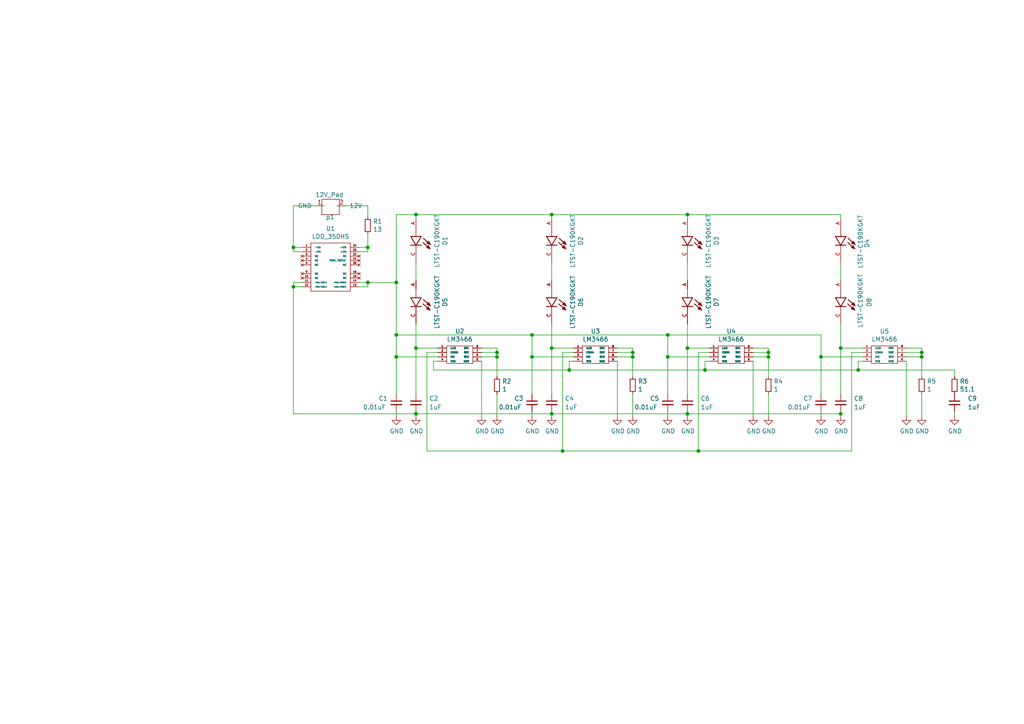
<source format=kicad_sch>
(kicad_sch (version 20210621) (generator eeschema)
  (paper "A4")
  (lib_symbols
    (symbol "12V_PAD_Symb:12V_Pad" (pin_names (offset 1.016))
      (property "Reference" "p" (at 0 0 0))
      (property "Value" "12V_Pad" (at 0 1.905 0))
      (symbol "12V_Pad_0_1"
        (rectangle (start -2.54 -1.905) (end 2.54 -6.35))
      )
      (symbol "12V_Pad_1_1"
        (pin output line (at 1.905 -4.445 0) (length 2.54) (name "GND") (number "1"))
        (pin output line (at -1.905 -4.445 180) (length 2.54) (name "12V") (number "2"))
      )
    )
    (symbol "Device:C_Small" (pin_numbers hide) (pin_names (offset 0.254) hide)
      (property "Reference" "C" (at 0.254 1.778 0))
      (property "Value" "C_Small" (at 0.254 -2.032 0))
      (symbol "C_Small_0_1"
        (polyline (pts (xy -1.524 -0.508) (xy 1.524 -0.508)) (stroke (width 0.3302)))
        (polyline (pts (xy -1.524 0.508) (xy 1.524 0.508)) (stroke (width 0.3048)))
      )
      (symbol "C_Small_1_1"
        (pin passive line (at 0 2.54 270) (length 2.032) (name "~") (number "1"))
        (pin passive line (at 0 -2.54 90) (length 2.032) (name "~") (number "2"))
      )
    )
    (symbol "Device:R_Small" (pin_numbers hide) (pin_names (offset 0.254) hide)
      (property "Reference" "R" (at 0.762 0.508 0))
      (property "Value" "R_Small" (at 0.762 -1.016 0))
      (symbol "R_Small_0_1"
        (rectangle (start -0.762 1.778) (end 0.762 -1.778) (stroke (width 0.2032)))
      )
      (symbol "R_Small_1_1"
        (pin passive line (at 0 2.54 270) (length 0.762) (name "~") (number "1"))
        (pin passive line (at 0 -2.54 90) (length 0.762) (name "~") (number "2"))
      )
    )
    (symbol "K40-LED_PCB-rescue:LDD_350HS-LDD-350HS_SYMBOL" (pin_names (offset 1.016))
      (property "Reference" "U" (at 0 -19.05 0))
      (property "Value" "LDD_350HS-LDD-350HS_SYMBOL" (at 0 -1.905 0))
      (symbol "LDD_350HS-LDD-350HS_SYMBOL_0_1"
        (rectangle (start -5.715 -3.175) (end 5.715 -17.145))
      )
      (symbol "LDD_350HS-LDD-350HS_SYMBOL_1_1"
        (pin input line (at -8.255 -4.445 0) (length 2.54) (name "-Vin") (number "1"))
        (pin no_connect line (at -8.255 -13.335 0) (length 2.54) (name "NC") (number "10"))
        (pin output line (at -8.255 -14.605 0) (length 2.54) (name "-Vout_\"LED(-)") (number "11"))
        (pin output line (at -8.255 -15.875 0) (length 2.54) (name "-Vout_\"LED(-)") (number "12"))
        (pin output line (at 8.255 -15.875 180) (length 2.54) (name "+Vout_\"LED(+)\"") (number "13"))
        (pin output line (at 8.255 -14.605 180) (length 2.54) (name "+Vout_\"LED(+)\"") (number "14"))
        (pin no_connect line (at 8.255 -13.335 180) (length 2.54) (name "NC") (number "15"))
        (pin no_connect line (at 8.255 -12.065 180) (length 2.54) (name "NC") (number "16"))
        (pin input line (at -8.255 -5.715 0) (length 2.54) (name "-Vin") (number "2"))
        (pin no_connect line (at 8.255 -9.525 180) (length 2.54) (name "NC") (number "20"))
        (pin no_connect line (at 8.255 -8.255 180) (length 2.54) (name "PWM_\"OPEN\"") (number "21"))
        (pin no_connect line (at 8.255 -6.985 180) (length 2.54) (name "NC") (number "22"))
        (pin input line (at 8.255 -5.715 180) (length 2.54) (name "+Vin") (number "23"))
        (pin input line (at 8.255 -4.445 180) (length 2.54) (name "+Vin") (number "24"))
        (pin no_connect line (at -8.255 -6.985 0) (length 2.54) (name "NC") (number "3"))
        (pin no_connect line (at -8.255 -8.255 0) (length 2.54) (name "NC") (number "4"))
        (pin no_connect line (at -8.255 -9.525 0) (length 2.54) (name "NC") (number "5"))
        (pin no_connect line (at -8.255 -12.065 0) (length 2.54) (name "NC") (number "9"))
      )
    )
    (symbol "K40-LED_PCB-rescue:LM3466-LM3466_SYMBOL" (pin_names (offset 1.016))
      (property "Reference" "U" (at 0 -8.255 0))
      (property "Value" "LM3466-LM3466_SYMBOL" (at 0 -0.635 0))
      (symbol "LM3466-LM3466_SYMBOL_0_1"
        (rectangle (start -3.81 -1.905) (end 3.81 -6.985))
      )
      (symbol "LM3466-LM3466_SYMBOL_1_1"
        (pin input line (at -6.35 -2.54 0) (length 2.54) (name "ILED") (number "1"))
        (pin output line (at -6.35 -3.81 0) (length 2.54) (name "COMM") (number "2"))
        (pin input line (at -6.35 -5.08 0) (length 2.54) (name "VIN") (number "3"))
        (pin output line (at -6.35 -6.35 0) (length 2.54) (name "VEQ") (number "4"))
        (pin input line (at 6.35 -6.35 180) (length 2.54) (name "GND") (number "5"))
        (pin input line (at 6.35 -5.08 180) (length 2.54) (name "SEN") (number "6"))
        (pin output line (at 6.35 -3.81 180) (length 2.54) (name "SRC") (number "7"))
        (pin output line (at 6.35 -2.54 180) (length 2.54) (name "SRC") (number "8"))
      )
    )
    (symbol "K40-LED_PCB-rescue:LTST-C190KGKT-LTST-C190KGKT" (pin_names (offset 1.016) hide)
      (property "Reference" "D" (at -3.0988 4.4958 0))
      (property "Value" "LTST-C190KGKT-LTST-C190KGKT" (at -3.556 -3.302 0))
      (symbol "LTST-C190KGKT-LTST-C190KGKT_0_0"
        (polyline (pts (xy -2.54 -1.524) (xy 0 0)) (stroke (width 0.254)))
        (polyline (pts (xy -2.54 0) (xy -5.08 0)) (stroke (width 0.1524)))
        (polyline (pts (xy -2.54 0) (xy -2.54 -1.524)) (stroke (width 0.254)))
        (polyline (pts (xy -2.54 1.524) (xy -2.54 0)) (stroke (width 0.254)))
        (polyline (pts (xy -1.1176 3.683) (xy -0.2286 4.1656)) (stroke (width 0.254)))
        (polyline (pts (xy -0.9398 3.6068) (xy -0.7112 3.7592)) (stroke (width 0.254)))
        (polyline (pts (xy -0.5588 3.2004) (xy -1.1176 3.683)) (stroke (width 0.254)))
        (polyline (pts (xy -0.5588 3.2004) (xy -0.5334 3.937)) (stroke (width 0.254)))
        (polyline (pts (xy -0.5334 3.937) (xy -0.6604 3.937)) (stroke (width 0.254)))
        (polyline (pts (xy -0.2286 4.1656) (xy -2.0066 2.1336)) (stroke (width 0.254)))
        (polyline (pts (xy -0.2286 4.1656) (xy -0.5588 3.2004)) (stroke (width 0.254)))
        (polyline (pts (xy 0 0) (xy -2.54 1.524)) (stroke (width 0.254)))
        (polyline (pts (xy 0 1.524) (xy 0 -1.524)) (stroke (width 0.254)))
        (polyline (pts (xy 0.127 3.5814) (xy 1.016 4.064)) (stroke (width 0.254)))
        (polyline (pts (xy 0.3048 3.5052) (xy 0.5334 3.6576)) (stroke (width 0.254)))
        (polyline (pts (xy 0.6858 3.0988) (xy 0.127 3.5814)) (stroke (width 0.254)))
        (polyline (pts (xy 0.6858 3.0988) (xy 0.7112 3.8354)) (stroke (width 0.254)))
        (polyline (pts (xy 0.7112 3.8354) (xy 0.5842 3.8354)) (stroke (width 0.254)))
        (polyline (pts (xy 1.016 4.064) (xy -0.762 2.032)) (stroke (width 0.254)))
        (polyline (pts (xy 1.016 4.064) (xy 0.6858 3.0988)) (stroke (width 0.254)))
        (pin passive line (at -7.62 0 0) (length 2.54) (name "~") (number "A"))
        (pin passive line (at 5.08 0 180) (length 5.08) (name "~") (number "C"))
      )
    )
    (symbol "power:GND" (power) (pin_names (offset 0))
      (property "Value" "GND" (at 0 -3.81 0))
      (symbol "GND_0_1"
        (polyline (pts (xy 0 0) (xy 0 -1.27) (xy 1.27 -1.27) (xy 0 -2.54) (xy -1.27 -1.27) (xy 0 -1.27)))
      )
      (symbol "GND_1_1"
        (pin power_in line (at 0 0 270) (length 0) hide (name "GND") (number "1"))
      )
    )
  )
  (junction (at 85.09 71.755) (diameter 0.9144))
  (junction (at 85.09 83.185) (diameter 0.9144))
  (junction (at 106.68 71.755) (diameter 0.9144))
  (junction (at 106.68 81.915) (diameter 0.9144))
  (junction (at 114.935 81.915) (diameter 0.9144))
  (junction (at 114.935 97.155) (diameter 0.9144))
  (junction (at 114.935 103.505) (diameter 0.9144))
  (junction (at 120.65 62.23) (diameter 0.9144))
  (junction (at 120.65 100.965) (diameter 0.9144))
  (junction (at 120.65 120.015) (diameter 0.9144))
  (junction (at 144.145 102.235) (diameter 0.9144))
  (junction (at 144.145 103.505) (diameter 0.9144))
  (junction (at 154.305 97.155) (diameter 0.9144))
  (junction (at 154.305 103.505) (diameter 0.9144))
  (junction (at 160.02 62.23) (diameter 0.9144))
  (junction (at 160.02 100.965) (diameter 0.9144))
  (junction (at 160.02 120.015) (diameter 0.9144))
  (junction (at 163.195 130.81) (diameter 0.9144))
  (junction (at 165.1 107.315) (diameter 0.9144))
  (junction (at 183.515 102.235) (diameter 0.9144))
  (junction (at 183.515 103.505) (diameter 0.9144))
  (junction (at 193.675 97.155) (diameter 0.9144))
  (junction (at 193.675 103.505) (diameter 0.9144))
  (junction (at 199.39 62.23) (diameter 0.9144))
  (junction (at 199.39 100.965) (diameter 0.9144))
  (junction (at 199.39 120.015) (diameter 0.9144))
  (junction (at 202.565 130.81) (diameter 0.9144))
  (junction (at 204.47 107.315) (diameter 0.9144))
  (junction (at 222.885 102.235) (diameter 0.9144))
  (junction (at 222.885 103.505) (diameter 0.9144))
  (junction (at 238.125 103.505) (diameter 0.9144))
  (junction (at 243.84 100.965) (diameter 0.9144))
  (junction (at 243.84 120.015) (diameter 0.9144))
  (junction (at 248.92 107.315) (diameter 0.9144))
  (junction (at 267.335 102.235) (diameter 0.9144))
  (junction (at 267.335 103.505) (diameter 0.9144))
  (wire (pts (xy 85.09 59.69) (xy 85.09 71.755)))
  (wire (pts (xy 85.09 59.69) (xy 93.98 59.69)))
  (wire (pts (xy 85.09 71.755) (xy 87.63 71.755)))
  (wire (pts (xy 85.09 73.025) (xy 85.09 71.755)))
  (wire (pts (xy 85.09 81.915) (xy 85.09 83.185)))
  (wire (pts (xy 85.09 83.185) (xy 85.09 120.015)))
  (wire (pts (xy 85.09 83.185) (xy 87.63 83.185)))
  (wire (pts (xy 85.09 120.015) (xy 120.65 120.015)))
  (wire (pts (xy 87.63 73.025) (xy 85.09 73.025)))
  (wire (pts (xy 87.63 81.915) (xy 85.09 81.915)))
  (wire (pts (xy 97.79 59.69) (xy 106.68 59.69)))
  (wire (pts (xy 104.14 81.915) (xy 106.68 81.915)))
  (wire (pts (xy 104.14 83.185) (xy 106.68 83.185)))
  (wire (pts (xy 106.68 59.69) (xy 106.68 62.865)))
  (wire (pts (xy 106.68 67.945) (xy 106.68 71.755)))
  (wire (pts (xy 106.68 71.755) (xy 104.14 71.755)))
  (wire (pts (xy 106.68 71.755) (xy 106.68 73.025)))
  (wire (pts (xy 106.68 73.025) (xy 104.14 73.025)))
  (wire (pts (xy 106.68 81.915) (xy 114.935 81.915)))
  (wire (pts (xy 106.68 83.185) (xy 106.68 81.915)))
  (wire (pts (xy 114.935 62.23) (xy 120.65 62.23)))
  (wire (pts (xy 114.935 81.915) (xy 114.935 62.23)))
  (wire (pts (xy 114.935 81.915) (xy 114.935 97.155)))
  (wire (pts (xy 114.935 97.155) (xy 114.935 103.505)))
  (wire (pts (xy 114.935 103.505) (xy 114.935 114.3)))
  (wire (pts (xy 114.935 119.38) (xy 114.935 120.65)))
  (wire (pts (xy 120.65 62.23) (xy 120.65 63.5)))
  (wire (pts (xy 120.65 62.23) (xy 160.02 62.23)))
  (wire (pts (xy 120.65 76.2) (xy 120.65 81.28)))
  (wire (pts (xy 120.65 93.98) (xy 120.65 100.965)))
  (wire (pts (xy 120.65 100.965) (xy 120.65 114.3)))
  (wire (pts (xy 120.65 100.965) (xy 127 100.965)))
  (wire (pts (xy 120.65 119.38) (xy 120.65 120.015)))
  (wire (pts (xy 120.65 120.015) (xy 120.65 120.65)))
  (wire (pts (xy 120.65 120.015) (xy 160.02 120.015)))
  (wire (pts (xy 123.825 102.235) (xy 123.825 130.81)))
  (wire (pts (xy 123.825 130.81) (xy 163.195 130.81)))
  (wire (pts (xy 125.73 104.775) (xy 125.73 107.315)))
  (wire (pts (xy 125.73 107.315) (xy 165.1 107.315)))
  (wire (pts (xy 127 102.235) (xy 123.825 102.235)))
  (wire (pts (xy 127 103.505) (xy 114.935 103.505)))
  (wire (pts (xy 127 104.775) (xy 125.73 104.775)))
  (wire (pts (xy 139.7 100.965) (xy 144.145 100.965)))
  (wire (pts (xy 139.7 102.235) (xy 144.145 102.235)))
  (wire (pts (xy 139.7 103.505) (xy 144.145 103.505)))
  (wire (pts (xy 139.7 104.775) (xy 139.7 120.65)))
  (wire (pts (xy 144.145 100.965) (xy 144.145 102.235)))
  (wire (pts (xy 144.145 102.235) (xy 144.145 103.505)))
  (wire (pts (xy 144.145 103.505) (xy 144.145 109.22)))
  (wire (pts (xy 144.145 114.3) (xy 144.145 120.65)))
  (wire (pts (xy 154.305 97.155) (xy 114.935 97.155)))
  (wire (pts (xy 154.305 97.155) (xy 193.675 97.155)))
  (wire (pts (xy 154.305 103.505) (xy 154.305 97.155)))
  (wire (pts (xy 154.305 103.505) (xy 154.305 114.3)))
  (wire (pts (xy 154.305 119.38) (xy 154.305 120.65)))
  (wire (pts (xy 160.02 62.23) (xy 160.02 63.5)))
  (wire (pts (xy 160.02 62.23) (xy 199.39 62.23)))
  (wire (pts (xy 160.02 76.2) (xy 160.02 81.28)))
  (wire (pts (xy 160.02 93.98) (xy 160.02 100.965)))
  (wire (pts (xy 160.02 100.965) (xy 160.02 114.3)))
  (wire (pts (xy 160.02 100.965) (xy 166.37 100.965)))
  (wire (pts (xy 160.02 119.38) (xy 160.02 120.015)))
  (wire (pts (xy 160.02 120.015) (xy 160.02 120.65)))
  (wire (pts (xy 160.02 120.015) (xy 199.39 120.015)))
  (wire (pts (xy 163.195 130.81) (xy 163.195 102.235)))
  (wire (pts (xy 163.195 130.81) (xy 202.565 130.81)))
  (wire (pts (xy 165.1 104.775) (xy 165.1 107.315)))
  (wire (pts (xy 165.1 107.315) (xy 204.47 107.315)))
  (wire (pts (xy 166.37 102.235) (xy 163.195 102.235)))
  (wire (pts (xy 166.37 103.505) (xy 154.305 103.505)))
  (wire (pts (xy 166.37 104.775) (xy 165.1 104.775)))
  (wire (pts (xy 179.07 100.965) (xy 183.515 100.965)))
  (wire (pts (xy 179.07 102.235) (xy 183.515 102.235)))
  (wire (pts (xy 179.07 103.505) (xy 183.515 103.505)))
  (wire (pts (xy 179.07 104.775) (xy 179.07 120.65)))
  (wire (pts (xy 183.515 100.965) (xy 183.515 102.235)))
  (wire (pts (xy 183.515 102.235) (xy 183.515 103.505)))
  (wire (pts (xy 183.515 103.505) (xy 183.515 109.22)))
  (wire (pts (xy 183.515 114.3) (xy 183.515 120.65)))
  (wire (pts (xy 193.675 97.155) (xy 238.125 97.155)))
  (wire (pts (xy 193.675 103.505) (xy 193.675 97.155)))
  (wire (pts (xy 193.675 103.505) (xy 193.675 114.3)))
  (wire (pts (xy 193.675 119.38) (xy 193.675 120.65)))
  (wire (pts (xy 199.39 62.23) (xy 199.39 63.5)))
  (wire (pts (xy 199.39 62.23) (xy 243.84 62.23)))
  (wire (pts (xy 199.39 76.2) (xy 199.39 81.28)))
  (wire (pts (xy 199.39 93.98) (xy 199.39 100.965)))
  (wire (pts (xy 199.39 100.965) (xy 199.39 114.3)))
  (wire (pts (xy 199.39 100.965) (xy 205.74 100.965)))
  (wire (pts (xy 199.39 119.38) (xy 199.39 120.015)))
  (wire (pts (xy 199.39 120.015) (xy 199.39 120.65)))
  (wire (pts (xy 199.39 120.015) (xy 243.84 120.015)))
  (wire (pts (xy 202.565 130.81) (xy 202.565 102.235)))
  (wire (pts (xy 204.47 104.775) (xy 204.47 107.315)))
  (wire (pts (xy 204.47 107.315) (xy 248.92 107.315)))
  (wire (pts (xy 205.74 102.235) (xy 202.565 102.235)))
  (wire (pts (xy 205.74 103.505) (xy 193.675 103.505)))
  (wire (pts (xy 205.74 104.775) (xy 204.47 104.775)))
  (wire (pts (xy 218.44 100.965) (xy 222.885 100.965)))
  (wire (pts (xy 218.44 102.235) (xy 222.885 102.235)))
  (wire (pts (xy 218.44 103.505) (xy 222.885 103.505)))
  (wire (pts (xy 218.44 104.775) (xy 218.44 120.65)))
  (wire (pts (xy 222.885 100.965) (xy 222.885 102.235)))
  (wire (pts (xy 222.885 102.235) (xy 222.885 103.505)))
  (wire (pts (xy 222.885 103.505) (xy 222.885 109.22)))
  (wire (pts (xy 222.885 114.3) (xy 222.885 120.65)))
  (wire (pts (xy 238.125 103.505) (xy 238.125 97.155)))
  (wire (pts (xy 238.125 103.505) (xy 238.125 114.3)))
  (wire (pts (xy 238.125 119.38) (xy 238.125 120.65)))
  (wire (pts (xy 243.84 62.23) (xy 243.84 63.5)))
  (wire (pts (xy 243.84 76.2) (xy 243.84 81.28)))
  (wire (pts (xy 243.84 93.98) (xy 243.84 100.965)))
  (wire (pts (xy 243.84 100.965) (xy 243.84 114.3)))
  (wire (pts (xy 243.84 100.965) (xy 250.19 100.965)))
  (wire (pts (xy 243.84 119.38) (xy 243.84 120.015)))
  (wire (pts (xy 243.84 120.015) (xy 243.84 120.65)))
  (wire (pts (xy 247.015 130.81) (xy 202.565 130.81)))
  (wire (pts (xy 247.015 130.81) (xy 247.015 102.235)))
  (wire (pts (xy 248.92 104.775) (xy 248.92 107.315)))
  (wire (pts (xy 248.92 107.315) (xy 276.86 107.315)))
  (wire (pts (xy 250.19 102.235) (xy 247.015 102.235)))
  (wire (pts (xy 250.19 103.505) (xy 238.125 103.505)))
  (wire (pts (xy 250.19 104.775) (xy 248.92 104.775)))
  (wire (pts (xy 262.89 100.965) (xy 267.335 100.965)))
  (wire (pts (xy 262.89 102.235) (xy 267.335 102.235)))
  (wire (pts (xy 262.89 103.505) (xy 267.335 103.505)))
  (wire (pts (xy 262.89 104.775) (xy 262.89 120.65)))
  (wire (pts (xy 267.335 100.965) (xy 267.335 102.235)))
  (wire (pts (xy 267.335 102.235) (xy 267.335 103.505)))
  (wire (pts (xy 267.335 103.505) (xy 267.335 109.22)))
  (wire (pts (xy 267.335 114.3) (xy 267.335 120.65)))
  (wire (pts (xy 276.86 107.315) (xy 276.86 109.22)))
  (wire (pts (xy 276.86 119.38) (xy 276.86 120.65)))
  (symbol (lib_id "power:GND") (at 114.935 120.65 0) (unit 1)
    (property "Reference" "#PWR01" (effects hide))
    (property "Value" "GND" (at 115.062 125.0442 0))
  )
  (symbol (lib_id "power:GND") (at 120.65 120.65 0) (unit 1)
    (property "Reference" "#PWR02" (effects hide))
    (property "Value" "GND" (at 120.777 125.0442 0))
  )
  (symbol (lib_id "power:GND") (at 139.7 120.65 0) (unit 1)
    (property "Reference" "#PWR03" (effects hide))
    (property "Value" "GND" (at 139.827 125.0442 0))
  )
  (symbol (lib_id "power:GND") (at 144.145 120.65 0) (unit 1)
    (property "Reference" "#PWR04" (effects hide))
    (property "Value" "GND" (at 144.272 125.0442 0))
  )
  (symbol (lib_id "power:GND") (at 154.305 120.65 0) (unit 1)
    (property "Reference" "#PWR05" (effects hide))
    (property "Value" "GND" (at 154.432 125.0442 0))
  )
  (symbol (lib_id "power:GND") (at 160.02 120.65 0) (unit 1)
    (property "Reference" "#PWR06" (effects hide))
    (property "Value" "GND" (at 160.147 125.0442 0))
  )
  (symbol (lib_id "power:GND") (at 179.07 120.65 0) (unit 1)
    (property "Reference" "#PWR07" (effects hide))
    (property "Value" "GND" (at 179.197 125.0442 0))
  )
  (symbol (lib_id "power:GND") (at 183.515 120.65 0) (unit 1)
    (property "Reference" "#PWR08" (effects hide))
    (property "Value" "GND" (at 183.642 125.0442 0))
  )
  (symbol (lib_id "power:GND") (at 193.675 120.65 0) (unit 1)
    (property "Reference" "#PWR09" (effects hide))
    (property "Value" "GND" (at 193.802 125.0442 0))
  )
  (symbol (lib_id "power:GND") (at 199.39 120.65 0) (unit 1)
    (property "Reference" "#PWR010" (effects hide))
    (property "Value" "GND" (at 199.517 125.0442 0))
  )
  (symbol (lib_id "power:GND") (at 218.44 120.65 0) (unit 1)
    (property "Reference" "#PWR011" (effects hide))
    (property "Value" "GND" (at 218.567 125.0442 0))
  )
  (symbol (lib_id "power:GND") (at 222.885 120.65 0) (unit 1)
    (property "Reference" "#PWR012" (effects hide))
    (property "Value" "GND" (at 223.012 125.0442 0))
  )
  (symbol (lib_id "power:GND") (at 238.125 120.65 0) (unit 1)
    (property "Reference" "#PWR013" (effects hide))
    (property "Value" "GND" (at 238.252 125.0442 0))
  )
  (symbol (lib_id "power:GND") (at 243.84 120.65 0) (unit 1)
    (property "Reference" "#PWR014" (effects hide))
    (property "Value" "GND" (at 243.967 125.0442 0))
  )
  (symbol (lib_id "power:GND") (at 262.89 120.65 0) (unit 1)
    (property "Reference" "#PWR015" (effects hide))
    (property "Value" "GND" (at 263.017 125.0442 0))
  )
  (symbol (lib_id "power:GND") (at 267.335 120.65 0) (unit 1)
    (property "Reference" "#PWR016" (effects hide))
    (property "Value" "GND" (at 267.462 125.0442 0))
  )
  (symbol (lib_id "power:GND") (at 276.86 120.65 0) (unit 1)
    (property "Reference" "#PWR017" (effects hide))
    (property "Value" "GND" (at 276.987 125.0442 0))
  )
  (symbol (lib_id "Device:R_Small") (at 106.68 65.405 180) (unit 1)
    (property "Reference" "R1" (at 108.1786 64.2366 0) (effects (justify right)))
    (property "Value" "13" (at 108.1786 66.548 0) (effects (justify right)))
    (property "Footprint" "Resistor_SMD:R_0805_2012Metric" (effects hide))
  )
  (symbol (lib_id "Device:R_Small") (at 144.145 111.76 180) (unit 1)
    (property "Reference" "R2" (at 145.6436 110.5916 0) (effects (justify right)))
    (property "Value" "1" (at 145.6436 112.903 0) (effects (justify right)))
    (property "Footprint" "Resistor_SMD:R_0805_2012Metric" (effects hide))
  )
  (symbol (lib_id "Device:R_Small") (at 183.515 111.76 180) (unit 1)
    (property "Reference" "R3" (at 185.0136 110.5916 0) (effects (justify right)))
    (property "Value" "1" (at 185.0136 112.903 0) (effects (justify right)))
    (property "Footprint" "Resistor_SMD:R_0805_2012Metric" (effects hide))
  )
  (symbol (lib_id "Device:R_Small") (at 222.885 111.76 180) (unit 1)
    (property "Reference" "R4" (at 224.3836 110.5916 0) (effects (justify right)))
    (property "Value" "1" (at 224.3836 112.903 0) (effects (justify right)))
    (property "Footprint" "Resistor_SMD:R_0805_2012Metric" (effects hide))
  )
  (symbol (lib_id "Device:R_Small") (at 267.335 111.76 180) (unit 1)
    (property "Reference" "R5" (at 268.8336 110.5916 0) (effects (justify right)))
    (property "Value" "1" (at 268.8336 112.903 0) (effects (justify right)))
    (property "Footprint" "Resistor_SMD:R_0805_2012Metric" (effects hide))
  )
  (symbol (lib_id "Device:R_Small") (at 276.86 111.76 180) (unit 1)
    (property "Reference" "R6" (at 278.3586 110.5916 0) (effects (justify right)))
    (property "Value" "51.1" (at 278.3586 112.903 0) (effects (justify right)))
    (property "Footprint" "Resistor_SMD:R_0805_2012Metric" (effects hide))
  )
  (symbol (lib_id "Device:C_Small") (at 114.935 116.84 0) (unit 1)
    (property "Reference" "C1" (at 111.125 115.57 0))
    (property "Value" "0.01uF" (at 108.585 118.11 0))
    (property "Footprint" "Capacitor_SMD:C_0805_2012Metric" (effects hide))
  )
  (symbol (lib_id "Device:C_Small") (at 120.65 116.84 0) (unit 1)
    (property "Reference" "C2" (at 124.46 115.57 0) (effects (justify left)))
    (property "Value" "1uF" (at 124.46 118.11 0) (effects (justify left)))
    (property "Footprint" "Capacitor_SMD:C_0805_2012Metric" (effects hide))
  )
  (symbol (lib_id "Device:C_Small") (at 154.305 116.84 0) (unit 1)
    (property "Reference" "C3" (at 150.495 115.57 0))
    (property "Value" "0.01uF" (at 147.955 118.11 0))
    (property "Footprint" "Capacitor_SMD:C_0805_2012Metric" (effects hide))
  )
  (symbol (lib_id "Device:C_Small") (at 160.02 116.84 0) (unit 1)
    (property "Reference" "C4" (at 163.83 115.57 0) (effects (justify left)))
    (property "Value" "1uF" (at 163.83 118.11 0) (effects (justify left)))
    (property "Footprint" "Capacitor_SMD:C_0805_2012Metric" (effects hide))
  )
  (symbol (lib_id "Device:C_Small") (at 193.675 116.84 0) (unit 1)
    (property "Reference" "C5" (at 189.865 115.57 0))
    (property "Value" "0.01uF" (at 187.325 118.11 0))
    (property "Footprint" "Capacitor_SMD:C_0805_2012Metric" (effects hide))
  )
  (symbol (lib_id "Device:C_Small") (at 199.39 116.84 0) (unit 1)
    (property "Reference" "C6" (at 203.2 115.57 0) (effects (justify left)))
    (property "Value" "1uF" (at 203.2 118.11 0) (effects (justify left)))
    (property "Footprint" "Capacitor_SMD:C_0805_2012Metric" (effects hide))
  )
  (symbol (lib_id "Device:C_Small") (at 238.125 116.84 0) (unit 1)
    (property "Reference" "C7" (at 234.315 115.57 0))
    (property "Value" "0.01uF" (at 231.775 118.11 0))
    (property "Footprint" "Capacitor_SMD:C_0805_2012Metric" (effects hide))
  )
  (symbol (lib_id "Device:C_Small") (at 243.84 116.84 0) (unit 1)
    (property "Reference" "C8" (at 247.65 115.57 0) (effects (justify left)))
    (property "Value" "1uF" (at 247.65 118.11 0) (effects (justify left)))
    (property "Footprint" "Capacitor_SMD:C_0805_2012Metric" (effects hide))
  )
  (symbol (lib_id "Device:C_Small") (at 276.86 116.84 0) (unit 1)
    (property "Reference" "C9" (at 280.67 115.57 0) (effects (justify left)))
    (property "Value" "1uF" (at 280.67 118.11 0) (effects (justify left)))
    (property "Footprint" "Capacitor_SMD:C_0805_2012Metric" (effects hide))
  )
  (symbol (lib_id "12V_PAD_Symb:12V_Pad") (at 95.885 64.135 180) (unit 1)
    (property "Reference" "p1" (at 97.0534 62.9412 0) (effects (justify left)))
    (property "Value" "12V_Pad" (at 99.695 56.515 0) (effects (justify left)))
    (property "Footprint" "12V_Through_Hole:12V_Through_Hole" (effects hide))
  )
  (symbol (lib_id "K40-LED_PCB-rescue:LM3466-LM3466_SYMBOL") (at 133.35 98.425 0) (unit 1)
    (property "Reference" "U2" (at 133.35 96.0882 0))
    (property "Value" "LM3466" (at 133.35 98.3996 0))
    (property "Footprint" "LM3466:NOPB" (effects hide))
  )
  (symbol (lib_id "K40-LED_PCB-rescue:LM3466-LM3466_SYMBOL") (at 172.72 98.425 0) (unit 1)
    (property "Reference" "U3" (at 172.72 96.0882 0))
    (property "Value" "LM3466" (at 172.72 98.3996 0))
    (property "Footprint" "LM3466:NOPB" (effects hide))
  )
  (symbol (lib_id "K40-LED_PCB-rescue:LM3466-LM3466_SYMBOL") (at 212.09 98.425 0) (unit 1)
    (property "Reference" "U4" (at 212.09 96.0882 0))
    (property "Value" "LM3466" (at 212.09 98.3996 0))
    (property "Footprint" "LM3466:NOPB" (effects hide))
  )
  (symbol (lib_id "K40-LED_PCB-rescue:LM3466-LM3466_SYMBOL") (at 256.54 98.425 0) (unit 1)
    (property "Reference" "U5" (at 256.54 96.0882 0))
    (property "Value" "LM3466" (at 256.54 98.3996 0))
    (property "Footprint" "LM3466:NOPB" (effects hide))
  )
  (symbol (lib_id "K40-LED_PCB-rescue:LTST-C190KGKT-LTST-C190KGKT") (at 120.65 71.12 270) (unit 1)
    (property "Reference" "D1" (at 129.0574 69.85 0))
    (property "Value" "LTST-C190KGKT" (at 126.746 69.85 0))
    (property "Footprint" "Cree_MX3AWT-A1-R250-000BE3:Cree_MX3AWT-A1-R250-000BE3" (effects hide))
  )
  (symbol (lib_id "K40-LED_PCB-rescue:LTST-C190KGKT-LTST-C190KGKT") (at 120.65 88.9 270) (unit 1)
    (property "Reference" "D5" (at 129.0574 87.63 0))
    (property "Value" "LTST-C190KGKT" (at 126.746 87.63 0))
    (property "Footprint" "Cree_MX3AWT-A1-R250-000BE3:Cree_MX3AWT-A1-R250-000BE3" (effects hide))
  )
  (symbol (lib_id "K40-LED_PCB-rescue:LTST-C190KGKT-LTST-C190KGKT") (at 160.02 71.12 270) (unit 1)
    (property "Reference" "D2" (at 168.4274 69.85 0))
    (property "Value" "LTST-C190KGKT" (at 166.116 69.85 0))
    (property "Footprint" "Cree_MX3AWT-A1-R250-000BE3:Cree_MX3AWT-A1-R250-000BE3" (effects hide))
  )
  (symbol (lib_id "K40-LED_PCB-rescue:LTST-C190KGKT-LTST-C190KGKT") (at 160.02 88.9 270) (unit 1)
    (property "Reference" "D6" (at 168.4274 87.63 0))
    (property "Value" "LTST-C190KGKT" (at 166.116 87.63 0))
    (property "Footprint" "Cree_MX3AWT-A1-R250-000BE3:Cree_MX3AWT-A1-R250-000BE3" (effects hide))
  )
  (symbol (lib_id "K40-LED_PCB-rescue:LTST-C190KGKT-LTST-C190KGKT") (at 199.39 71.12 270) (unit 1)
    (property "Reference" "D3" (at 207.7974 69.85 0))
    (property "Value" "LTST-C190KGKT" (at 205.486 69.85 0))
    (property "Footprint" "Cree_MX3AWT-A1-R250-000BE3:Cree_MX3AWT-A1-R250-000BE3" (effects hide))
  )
  (symbol (lib_id "K40-LED_PCB-rescue:LTST-C190KGKT-LTST-C190KGKT") (at 199.39 88.9 270) (unit 1)
    (property "Reference" "D7" (at 207.7974 87.63 0))
    (property "Value" "LTST-C190KGKT" (at 205.486 87.63 0))
    (property "Footprint" "Cree_MX3AWT-A1-R250-000BE3:Cree_MX3AWT-A1-R250-000BE3" (effects hide))
  )
  (symbol (lib_id "K40-LED_PCB-rescue:LTST-C190KGKT-LTST-C190KGKT") (at 243.84 71.12 270) (unit 1)
    (property "Reference" "D4" (at 251.46 69.215 0) (effects (justify left)))
    (property "Value" "LTST-C190KGKT" (at 249.555 62.23 0) (effects (justify left)))
    (property "Footprint" "Cree_MX3AWT-A1-R250-000BE3:Cree_MX3AWT-A1-R250-000BE3" (effects hide))
  )
  (symbol (lib_id "K40-LED_PCB-rescue:LTST-C190KGKT-LTST-C190KGKT") (at 243.84 88.9 270) (unit 1)
    (property "Reference" "D8" (at 252.095 86.36 0) (effects (justify left)))
    (property "Value" "LTST-C190KGKT" (at 249.555 79.375 0) (effects (justify left)))
    (property "Footprint" "Cree_MX3AWT-A1-R250-000BE3:Cree_MX3AWT-A1-R250-000BE3" (effects hide))
  )
  (symbol (lib_id "K40-LED_PCB-rescue:LDD_350HS-LDD-350HS_SYMBOL") (at 95.885 67.31 0) (unit 1)
    (property "Reference" "U1" (at 95.885 66.294 0))
    (property "Value" "LDD_350HS" (at 95.885 68.6054 0))
    (property "Footprint" "LDD-350HS:LDD-350HS" (effects hide))
  )
)
</source>
